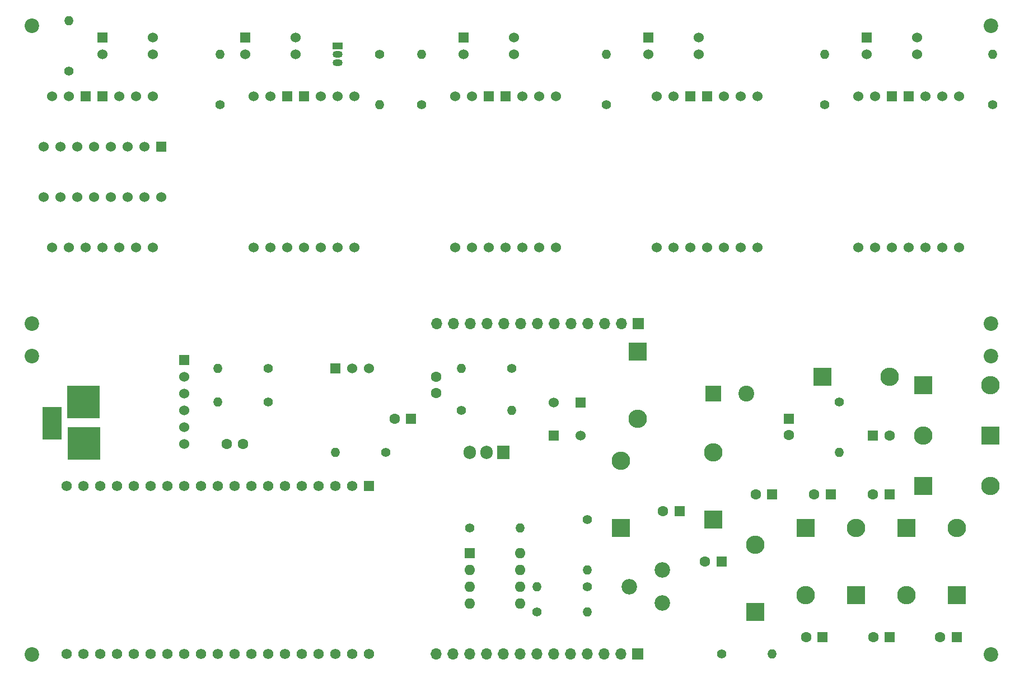
<source format=gbs>
G04 #@! TF.GenerationSoftware,KiCad,Pcbnew,(5.1.9)-1*
G04 #@! TF.CreationDate,2021-01-30T15:55:31+09:00*
G04 #@! TF.ProjectId,nixie-meter-order,6e697869-652d-46d6-9574-65722d6f7264,rev?*
G04 #@! TF.SameCoordinates,Original*
G04 #@! TF.FileFunction,Soldermask,Bot*
G04 #@! TF.FilePolarity,Negative*
%FSLAX46Y46*%
G04 Gerber Fmt 4.6, Leading zero omitted, Abs format (unit mm)*
G04 Created by KiCad (PCBNEW (5.1.9)-1) date 2021-01-30 15:55:31*
%MOMM*%
%LPD*%
G01*
G04 APERTURE LIST*
%ADD10C,2.200000*%
%ADD11O,1.400000X1.400000*%
%ADD12C,1.400000*%
%ADD13R,1.500000X1.050000*%
%ADD14O,1.500000X1.050000*%
%ADD15C,1.524000*%
%ADD16R,1.524000X1.524000*%
%ADD17O,1.700000X1.700000*%
%ADD18R,1.700000X1.700000*%
%ADD19C,2.400000*%
%ADD20R,2.400000X2.400000*%
%ADD21C,1.600000*%
%ADD22R,1.600000X1.600000*%
%ADD23O,2.800000X2.800000*%
%ADD24R,2.800000X2.800000*%
%ADD25O,1.905000X2.000000*%
%ADD26R,1.905000X2.000000*%
%ADD27R,5.001260X5.001260*%
%ADD28R,2.999740X5.001260*%
%ADD29C,2.340000*%
%ADD30O,1.600000X1.600000*%
%ADD31C,1.560000*%
%ADD32R,1.560000X1.560000*%
G04 APERTURE END LIST*
D10*
X70680000Y-42610000D03*
X70680000Y-87700000D03*
X215780000Y-87710000D03*
X215790000Y-42620000D03*
D11*
X129670000Y-46920000D03*
D12*
X129670000Y-54540000D03*
D13*
X116970000Y-45650000D03*
D14*
X116970000Y-48190000D03*
X116970000Y-46920000D03*
D15*
X180470000Y-76130000D03*
X177930000Y-76130000D03*
X175390000Y-76130000D03*
X172850000Y-76130000D03*
X170310000Y-76130000D03*
X167770000Y-76130000D03*
X165230000Y-76130000D03*
X180470000Y-53270000D03*
X177930000Y-53270000D03*
X175390000Y-53270000D03*
D16*
X172850000Y-53270000D03*
X170310000Y-53270000D03*
D15*
X167770000Y-53270000D03*
X165230000Y-53270000D03*
D11*
X190630000Y-46920000D03*
D12*
X190630000Y-54540000D03*
D15*
X210950000Y-76130000D03*
X208410000Y-76130000D03*
X205870000Y-76130000D03*
X203330000Y-76130000D03*
X200790000Y-76130000D03*
X198250000Y-76130000D03*
X195710000Y-76130000D03*
X210950000Y-53270000D03*
X208410000Y-53270000D03*
X205870000Y-53270000D03*
D16*
X203330000Y-53270000D03*
X200790000Y-53270000D03*
D15*
X198250000Y-53270000D03*
X195710000Y-53270000D03*
X204600000Y-44380000D03*
X204600000Y-46920000D03*
X196980000Y-46920000D03*
D16*
X196980000Y-44380000D03*
D15*
X171580000Y-44380000D03*
X171580000Y-46920000D03*
X163960000Y-46920000D03*
D16*
X163960000Y-44380000D03*
D15*
X143640000Y-44380000D03*
X143640000Y-46920000D03*
X136020000Y-46920000D03*
D16*
X136020000Y-44380000D03*
D15*
X149990000Y-76130000D03*
X147450000Y-76130000D03*
X144910000Y-76130000D03*
X142370000Y-76130000D03*
X139830000Y-76130000D03*
X137290000Y-76130000D03*
X134750000Y-76130000D03*
X149990000Y-53270000D03*
X147450000Y-53270000D03*
X144910000Y-53270000D03*
D16*
X142370000Y-53270000D03*
X139830000Y-53270000D03*
D15*
X137290000Y-53270000D03*
X134750000Y-53270000D03*
X110620000Y-44380000D03*
X110620000Y-46920000D03*
X103000000Y-46920000D03*
D16*
X103000000Y-44380000D03*
D15*
X119510000Y-76130000D03*
X116970000Y-76130000D03*
X114430000Y-76130000D03*
X111890000Y-76130000D03*
X109350000Y-76130000D03*
X106810000Y-76130000D03*
X104270000Y-76130000D03*
X119510000Y-53270000D03*
X116970000Y-53270000D03*
X114430000Y-53270000D03*
D16*
X111890000Y-53270000D03*
X109350000Y-53270000D03*
D15*
X106810000Y-53270000D03*
X104270000Y-53270000D03*
X89030000Y-44380000D03*
X89030000Y-46920000D03*
X81410000Y-46920000D03*
D16*
X81410000Y-44380000D03*
D15*
X89030000Y-76130000D03*
X86490000Y-76130000D03*
X83950000Y-76130000D03*
X81410000Y-76130000D03*
X78870000Y-76130000D03*
X76330000Y-76130000D03*
X73790000Y-76130000D03*
X89030000Y-53270000D03*
X86490000Y-53270000D03*
X83950000Y-53270000D03*
D16*
X81410000Y-53270000D03*
X78870000Y-53270000D03*
D15*
X76330000Y-53270000D03*
X73790000Y-53270000D03*
X90300000Y-68510000D03*
X87760000Y-68510000D03*
X85220000Y-68510000D03*
X82680000Y-68510000D03*
X80140000Y-68510000D03*
X77600000Y-68510000D03*
X75060000Y-68510000D03*
X72520000Y-68510000D03*
X72520000Y-60890000D03*
X75060000Y-60890000D03*
X77600000Y-60890000D03*
X80140000Y-60890000D03*
X82680000Y-60890000D03*
X85220000Y-60890000D03*
X87760000Y-60890000D03*
D16*
X90300000Y-60890000D03*
D11*
X157610000Y-46920000D03*
D12*
X157610000Y-54540000D03*
D11*
X123320000Y-54540000D03*
D12*
X123320000Y-46920000D03*
D11*
X99190000Y-46920000D03*
D12*
X99190000Y-54540000D03*
D11*
X216030000Y-46920000D03*
D12*
X216030000Y-54540000D03*
D11*
X76330000Y-41840000D03*
D12*
X76330000Y-49460000D03*
D17*
X131930000Y-87660000D03*
X134470000Y-87660000D03*
X137010000Y-87660000D03*
X139550000Y-87660000D03*
X142090000Y-87660000D03*
X144630000Y-87660000D03*
X147170000Y-87660000D03*
X149710000Y-87660000D03*
X152250000Y-87660000D03*
X154790000Y-87660000D03*
X157330000Y-87660000D03*
X159870000Y-87660000D03*
D18*
X162410000Y-87660000D03*
D19*
X178780000Y-98250000D03*
D20*
X173780000Y-98250000D03*
D16*
X93770000Y-93170000D03*
D15*
X93770000Y-95710000D03*
X93770000Y-98250000D03*
X93770000Y-100790000D03*
X93770000Y-103330000D03*
X93770000Y-105870000D03*
D21*
X185210000Y-104560000D03*
D22*
X185210000Y-102060000D03*
D23*
X162350000Y-102060000D03*
D24*
X162350000Y-91900000D03*
D23*
X173780000Y-107140000D03*
D24*
X173780000Y-117300000D03*
D23*
X205530000Y-104600000D03*
D24*
X215690000Y-104600000D03*
D23*
X200450000Y-95710000D03*
D24*
X190290000Y-95710000D03*
D23*
X215690000Y-96980000D03*
D24*
X205530000Y-96980000D03*
D23*
X215690000Y-112220000D03*
D24*
X205530000Y-112220000D03*
D23*
X210610000Y-118570000D03*
D24*
X210610000Y-128730000D03*
D23*
X202990000Y-128730000D03*
D24*
X202990000Y-118570000D03*
D23*
X195370000Y-118570000D03*
D24*
X195370000Y-128730000D03*
D23*
X187750000Y-128730000D03*
D24*
X187750000Y-118570000D03*
D23*
X180130000Y-121110000D03*
D24*
X180130000Y-131270000D03*
D10*
X70690000Y-92630000D03*
X70690000Y-137730000D03*
X215790000Y-137730000D03*
X215790000Y-92630000D03*
D17*
X131870000Y-137620000D03*
X134410000Y-137620000D03*
X136950000Y-137620000D03*
X139490000Y-137620000D03*
X142030000Y-137620000D03*
X144570000Y-137620000D03*
X147110000Y-137620000D03*
X149650000Y-137620000D03*
X152190000Y-137620000D03*
X154730000Y-137620000D03*
X157270000Y-137620000D03*
X159810000Y-137620000D03*
D18*
X162350000Y-137620000D03*
D11*
X135680000Y-94440000D03*
D12*
X143300000Y-94440000D03*
D25*
X136950000Y-107140000D03*
X139490000Y-107140000D03*
D26*
X142030000Y-107140000D03*
D11*
X144570000Y-118570000D03*
D12*
X136950000Y-118570000D03*
D11*
X98850000Y-94440000D03*
D12*
X106470000Y-94440000D03*
D11*
X98850000Y-99520000D03*
D12*
X106470000Y-99520000D03*
D21*
X125560000Y-102060000D03*
D22*
X128060000Y-102060000D03*
D21*
X100160000Y-105870000D03*
X102660000Y-105870000D03*
X131870000Y-95710000D03*
X131870000Y-98210000D03*
X166160000Y-116030000D03*
D22*
X168660000Y-116030000D03*
D21*
X172510000Y-123650000D03*
D22*
X175010000Y-123650000D03*
D21*
X180170000Y-113490000D03*
D22*
X182670000Y-113490000D03*
D21*
X187790000Y-135080000D03*
D22*
X190290000Y-135080000D03*
D21*
X189020000Y-113490000D03*
D22*
X191520000Y-113490000D03*
D21*
X197950000Y-135080000D03*
D22*
X200450000Y-135080000D03*
D21*
X197910000Y-113490000D03*
D22*
X200410000Y-113490000D03*
D21*
X208070000Y-135080000D03*
D22*
X210570000Y-135080000D03*
D21*
X200410000Y-104600000D03*
D22*
X197910000Y-104600000D03*
D23*
X159810000Y-108410000D03*
D24*
X159810000Y-118570000D03*
D27*
X78530000Y-99520000D03*
X78580800Y-105770940D03*
D28*
X73729400Y-102771200D03*
D16*
X153650000Y-99600000D03*
D15*
X153650000Y-104600000D03*
D16*
X149650000Y-104600000D03*
D15*
X149650000Y-99600000D03*
D11*
X116630000Y-107140000D03*
D12*
X124250000Y-107140000D03*
D11*
X147110000Y-127460000D03*
D12*
X154730000Y-127460000D03*
D11*
X154730000Y-124920000D03*
D12*
X154730000Y-117300000D03*
D11*
X143300000Y-100790000D03*
D12*
X135680000Y-100790000D03*
D11*
X192830000Y-107140000D03*
D12*
X192830000Y-99520000D03*
D11*
X154730000Y-131270000D03*
D12*
X147110000Y-131270000D03*
D11*
X182670000Y-137620000D03*
D12*
X175050000Y-137620000D03*
D29*
X166080000Y-129960000D03*
X161080000Y-127460000D03*
X166080000Y-124960000D03*
D16*
X116630000Y-94440000D03*
D15*
X119170000Y-94440000D03*
X121710000Y-94440000D03*
D30*
X144570000Y-122380000D03*
X136950000Y-130000000D03*
X144570000Y-124920000D03*
X136950000Y-127460000D03*
X144570000Y-127460000D03*
X136950000Y-124920000D03*
X144570000Y-130000000D03*
D22*
X136950000Y-122380000D03*
D31*
X75990000Y-137620000D03*
X78530000Y-137620000D03*
X81070000Y-137620000D03*
X83610000Y-137620000D03*
X86150000Y-137620000D03*
X88690000Y-137620000D03*
X91230000Y-137620000D03*
X93770000Y-137620000D03*
X96310000Y-137620000D03*
X98850000Y-137620000D03*
X101390000Y-137620000D03*
X103930000Y-137620000D03*
X106470000Y-137620000D03*
X109010000Y-137620000D03*
X111550000Y-137620000D03*
X114090000Y-137620000D03*
X116630000Y-137620000D03*
X119170000Y-137620000D03*
X121710000Y-137620000D03*
X78530000Y-112220000D03*
X81070000Y-112220000D03*
X83610000Y-112220000D03*
X86150000Y-112220000D03*
X88690000Y-112220000D03*
X91230000Y-112220000D03*
X93770000Y-112220000D03*
X96310000Y-112220000D03*
X98850000Y-112220000D03*
X101390000Y-112220000D03*
X103930000Y-112220000D03*
X106470000Y-112220000D03*
X109010000Y-112220000D03*
X111550000Y-112220000D03*
X114090000Y-112220000D03*
X116630000Y-112220000D03*
X75990000Y-112220000D03*
X119170000Y-112220000D03*
D32*
X121710000Y-112220000D03*
M02*

</source>
